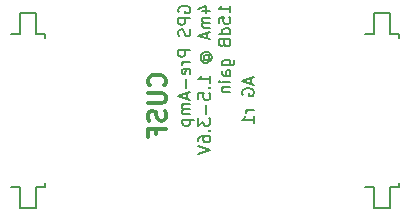
<source format=gbo>
G04 #@! TF.FileFunction,Legend,Bot*
%FSLAX46Y46*%
G04 Gerber Fmt 4.6, Leading zero omitted, Abs format (unit mm)*
G04 Created by KiCad (PCBNEW 4.1.0-alpha+201605071002+6776~44~ubuntu14.04.1-product) date Mon 30 May 2016 01:00:06 BST*
%MOMM*%
%LPD*%
G01*
G04 APERTURE LIST*
%ADD10C,0.100000*%
%ADD11C,0.300000*%
%ADD12C,0.200000*%
%ADD13C,0.150000*%
%ADD14R,2.220000X0.740000*%
%ADD15C,1.200000*%
%ADD16R,1.900000X1.900000*%
%ADD17C,1.900000*%
%ADD18C,2.500000*%
%ADD19C,2.800000*%
%ADD20R,2.400000X5.000000*%
G04 APERTURE END LIST*
D10*
D11*
X119535714Y-110871428D02*
X119607142Y-110800000D01*
X119678571Y-110585714D01*
X119678571Y-110442857D01*
X119607142Y-110228571D01*
X119464285Y-110085714D01*
X119321428Y-110014285D01*
X119035714Y-109942857D01*
X118821428Y-109942857D01*
X118535714Y-110014285D01*
X118392857Y-110085714D01*
X118250000Y-110228571D01*
X118178571Y-110442857D01*
X118178571Y-110585714D01*
X118250000Y-110800000D01*
X118321428Y-110871428D01*
X118178571Y-111514285D02*
X119392857Y-111514285D01*
X119535714Y-111585714D01*
X119607142Y-111657142D01*
X119678571Y-111800000D01*
X119678571Y-112085714D01*
X119607142Y-112228571D01*
X119535714Y-112300000D01*
X119392857Y-112371428D01*
X118178571Y-112371428D01*
X119607142Y-113014285D02*
X119678571Y-113228571D01*
X119678571Y-113585714D01*
X119607142Y-113728571D01*
X119535714Y-113800000D01*
X119392857Y-113871428D01*
X119250000Y-113871428D01*
X119107142Y-113800000D01*
X119035714Y-113728571D01*
X118964285Y-113585714D01*
X118892857Y-113300000D01*
X118821428Y-113157142D01*
X118750000Y-113085714D01*
X118607142Y-113014285D01*
X118464285Y-113014285D01*
X118321428Y-113085714D01*
X118250000Y-113157142D01*
X118178571Y-113300000D01*
X118178571Y-113657142D01*
X118250000Y-113871428D01*
X118892857Y-115014285D02*
X118892857Y-114514285D01*
X119678571Y-114514285D02*
X118178571Y-114514285D01*
X118178571Y-115228571D01*
D12*
X126866666Y-110245238D02*
X126866666Y-110721428D01*
X127152380Y-110150000D02*
X126152380Y-110483333D01*
X127152380Y-110816666D01*
X126200000Y-111673809D02*
X126152380Y-111578571D01*
X126152380Y-111435714D01*
X126200000Y-111292857D01*
X126295238Y-111197619D01*
X126390476Y-111150000D01*
X126580952Y-111102380D01*
X126723809Y-111102380D01*
X126914285Y-111150000D01*
X127009523Y-111197619D01*
X127104761Y-111292857D01*
X127152380Y-111435714D01*
X127152380Y-111530952D01*
X127104761Y-111673809D01*
X127057142Y-111721428D01*
X126723809Y-111721428D01*
X126723809Y-111530952D01*
X127152380Y-112911904D02*
X126485714Y-112911904D01*
X126676190Y-112911904D02*
X126580952Y-112959523D01*
X126533333Y-113007142D01*
X126485714Y-113102380D01*
X126485714Y-113197619D01*
X127152380Y-114054761D02*
X127152380Y-113483333D01*
X127152380Y-113769047D02*
X126152380Y-113769047D01*
X126295238Y-113673809D01*
X126390476Y-113578571D01*
X126438095Y-113483333D01*
X120800000Y-104691904D02*
X120752380Y-104596666D01*
X120752380Y-104453809D01*
X120800000Y-104310952D01*
X120895238Y-104215714D01*
X120990476Y-104168095D01*
X121180952Y-104120476D01*
X121323809Y-104120476D01*
X121514285Y-104168095D01*
X121609523Y-104215714D01*
X121704761Y-104310952D01*
X121752380Y-104453809D01*
X121752380Y-104549047D01*
X121704761Y-104691904D01*
X121657142Y-104739523D01*
X121323809Y-104739523D01*
X121323809Y-104549047D01*
X121752380Y-105168095D02*
X120752380Y-105168095D01*
X120752380Y-105549047D01*
X120800000Y-105644285D01*
X120847619Y-105691904D01*
X120942857Y-105739523D01*
X121085714Y-105739523D01*
X121180952Y-105691904D01*
X121228571Y-105644285D01*
X121276190Y-105549047D01*
X121276190Y-105168095D01*
X121704761Y-106120476D02*
X121752380Y-106263333D01*
X121752380Y-106501428D01*
X121704761Y-106596666D01*
X121657142Y-106644285D01*
X121561904Y-106691904D01*
X121466666Y-106691904D01*
X121371428Y-106644285D01*
X121323809Y-106596666D01*
X121276190Y-106501428D01*
X121228571Y-106310952D01*
X121180952Y-106215714D01*
X121133333Y-106168095D01*
X121038095Y-106120476D01*
X120942857Y-106120476D01*
X120847619Y-106168095D01*
X120800000Y-106215714D01*
X120752380Y-106310952D01*
X120752380Y-106549047D01*
X120800000Y-106691904D01*
X121752380Y-107882380D02*
X120752380Y-107882380D01*
X120752380Y-108263333D01*
X120800000Y-108358571D01*
X120847619Y-108406190D01*
X120942857Y-108453809D01*
X121085714Y-108453809D01*
X121180952Y-108406190D01*
X121228571Y-108358571D01*
X121276190Y-108263333D01*
X121276190Y-107882380D01*
X121752380Y-108882380D02*
X121085714Y-108882380D01*
X121276190Y-108882380D02*
X121180952Y-108930000D01*
X121133333Y-108977619D01*
X121085714Y-109072857D01*
X121085714Y-109168095D01*
X121704761Y-109882380D02*
X121752380Y-109787142D01*
X121752380Y-109596666D01*
X121704761Y-109501428D01*
X121609523Y-109453809D01*
X121228571Y-109453809D01*
X121133333Y-109501428D01*
X121085714Y-109596666D01*
X121085714Y-109787142D01*
X121133333Y-109882380D01*
X121228571Y-109930000D01*
X121323809Y-109930000D01*
X121419047Y-109453809D01*
X121371428Y-110358571D02*
X121371428Y-111120476D01*
X121466666Y-111549047D02*
X121466666Y-112025238D01*
X121752380Y-111453809D02*
X120752380Y-111787142D01*
X121752380Y-112120476D01*
X121752380Y-112453809D02*
X121085714Y-112453809D01*
X121180952Y-112453809D02*
X121133333Y-112501428D01*
X121085714Y-112596666D01*
X121085714Y-112739523D01*
X121133333Y-112834761D01*
X121228571Y-112882380D01*
X121752380Y-112882380D01*
X121228571Y-112882380D02*
X121133333Y-112930000D01*
X121085714Y-113025238D01*
X121085714Y-113168095D01*
X121133333Y-113263333D01*
X121228571Y-113310952D01*
X121752380Y-113310952D01*
X121085714Y-113787142D02*
X122085714Y-113787142D01*
X121133333Y-113787142D02*
X121085714Y-113882380D01*
X121085714Y-114072857D01*
X121133333Y-114168095D01*
X121180952Y-114215714D01*
X121276190Y-114263333D01*
X121561904Y-114263333D01*
X121657142Y-114215714D01*
X121704761Y-114168095D01*
X121752380Y-114072857D01*
X121752380Y-113882380D01*
X121704761Y-113787142D01*
X122785714Y-104596666D02*
X123452380Y-104596666D01*
X122404761Y-104358571D02*
X123119047Y-104120476D01*
X123119047Y-104739523D01*
X123452380Y-105120476D02*
X122785714Y-105120476D01*
X122880952Y-105120476D02*
X122833333Y-105168095D01*
X122785714Y-105263333D01*
X122785714Y-105406190D01*
X122833333Y-105501428D01*
X122928571Y-105549047D01*
X123452380Y-105549047D01*
X122928571Y-105549047D02*
X122833333Y-105596666D01*
X122785714Y-105691904D01*
X122785714Y-105834761D01*
X122833333Y-105930000D01*
X122928571Y-105977619D01*
X123452380Y-105977619D01*
X123166666Y-106406190D02*
X123166666Y-106882380D01*
X123452380Y-106310952D02*
X122452380Y-106644285D01*
X123452380Y-106977619D01*
X122976190Y-108691904D02*
X122928571Y-108644285D01*
X122880952Y-108549047D01*
X122880952Y-108453809D01*
X122928571Y-108358571D01*
X122976190Y-108310952D01*
X123071428Y-108263333D01*
X123166666Y-108263333D01*
X123261904Y-108310952D01*
X123309523Y-108358571D01*
X123357142Y-108453809D01*
X123357142Y-108549047D01*
X123309523Y-108644285D01*
X123261904Y-108691904D01*
X122880952Y-108691904D02*
X123261904Y-108691904D01*
X123309523Y-108739523D01*
X123309523Y-108787142D01*
X123261904Y-108882380D01*
X123166666Y-108930000D01*
X122928571Y-108930000D01*
X122785714Y-108834761D01*
X122690476Y-108691904D01*
X122642857Y-108501428D01*
X122690476Y-108310952D01*
X122785714Y-108168095D01*
X122928571Y-108072857D01*
X123119047Y-108025238D01*
X123309523Y-108072857D01*
X123452380Y-108168095D01*
X123547619Y-108310952D01*
X123595238Y-108501428D01*
X123547619Y-108691904D01*
X123452380Y-108834761D01*
X123452380Y-110644285D02*
X123452380Y-110072857D01*
X123452380Y-110358571D02*
X122452380Y-110358571D01*
X122595238Y-110263333D01*
X122690476Y-110168095D01*
X122738095Y-110072857D01*
X123357142Y-111072857D02*
X123404761Y-111120476D01*
X123452380Y-111072857D01*
X123404761Y-111025238D01*
X123357142Y-111072857D01*
X123452380Y-111072857D01*
X122452380Y-112025238D02*
X122452380Y-111549047D01*
X122928571Y-111501428D01*
X122880952Y-111549047D01*
X122833333Y-111644285D01*
X122833333Y-111882380D01*
X122880952Y-111977619D01*
X122928571Y-112025238D01*
X123023809Y-112072857D01*
X123261904Y-112072857D01*
X123357142Y-112025238D01*
X123404761Y-111977619D01*
X123452380Y-111882380D01*
X123452380Y-111644285D01*
X123404761Y-111549047D01*
X123357142Y-111501428D01*
X123071428Y-112501428D02*
X123071428Y-113263333D01*
X122452380Y-113644285D02*
X122452380Y-114263333D01*
X122833333Y-113930000D01*
X122833333Y-114072857D01*
X122880952Y-114168095D01*
X122928571Y-114215714D01*
X123023809Y-114263333D01*
X123261904Y-114263333D01*
X123357142Y-114215714D01*
X123404761Y-114168095D01*
X123452380Y-114072857D01*
X123452380Y-113787142D01*
X123404761Y-113691904D01*
X123357142Y-113644285D01*
X123357142Y-114691904D02*
X123404761Y-114739523D01*
X123452380Y-114691904D01*
X123404761Y-114644285D01*
X123357142Y-114691904D01*
X123452380Y-114691904D01*
X122452380Y-115596666D02*
X122452380Y-115406190D01*
X122500000Y-115310952D01*
X122547619Y-115263333D01*
X122690476Y-115168095D01*
X122880952Y-115120476D01*
X123261904Y-115120476D01*
X123357142Y-115168095D01*
X123404761Y-115215714D01*
X123452380Y-115310952D01*
X123452380Y-115501428D01*
X123404761Y-115596666D01*
X123357142Y-115644285D01*
X123261904Y-115691904D01*
X123023809Y-115691904D01*
X122928571Y-115644285D01*
X122880952Y-115596666D01*
X122833333Y-115501428D01*
X122833333Y-115310952D01*
X122880952Y-115215714D01*
X122928571Y-115168095D01*
X123023809Y-115120476D01*
X122452380Y-115977619D02*
X123452380Y-116310952D01*
X122452380Y-116644285D01*
X125152380Y-104691904D02*
X125152380Y-104120476D01*
X125152380Y-104406190D02*
X124152380Y-104406190D01*
X124295238Y-104310952D01*
X124390476Y-104215714D01*
X124438095Y-104120476D01*
X124152380Y-105596666D02*
X124152380Y-105120476D01*
X124628571Y-105072857D01*
X124580952Y-105120476D01*
X124533333Y-105215714D01*
X124533333Y-105453809D01*
X124580952Y-105549047D01*
X124628571Y-105596666D01*
X124723809Y-105644285D01*
X124961904Y-105644285D01*
X125057142Y-105596666D01*
X125104761Y-105549047D01*
X125152380Y-105453809D01*
X125152380Y-105215714D01*
X125104761Y-105120476D01*
X125057142Y-105072857D01*
X125152380Y-106501428D02*
X124152380Y-106501428D01*
X125104761Y-106501428D02*
X125152380Y-106406190D01*
X125152380Y-106215714D01*
X125104761Y-106120476D01*
X125057142Y-106072857D01*
X124961904Y-106025238D01*
X124676190Y-106025238D01*
X124580952Y-106072857D01*
X124533333Y-106120476D01*
X124485714Y-106215714D01*
X124485714Y-106406190D01*
X124533333Y-106501428D01*
X124628571Y-107310952D02*
X124676190Y-107453809D01*
X124723809Y-107501428D01*
X124819047Y-107549047D01*
X124961904Y-107549047D01*
X125057142Y-107501428D01*
X125104761Y-107453809D01*
X125152380Y-107358571D01*
X125152380Y-106977619D01*
X124152380Y-106977619D01*
X124152380Y-107310952D01*
X124200000Y-107406190D01*
X124247619Y-107453809D01*
X124342857Y-107501428D01*
X124438095Y-107501428D01*
X124533333Y-107453809D01*
X124580952Y-107406190D01*
X124628571Y-107310952D01*
X124628571Y-106977619D01*
X124485714Y-109168095D02*
X125295238Y-109168095D01*
X125390476Y-109120476D01*
X125438095Y-109072857D01*
X125485714Y-108977619D01*
X125485714Y-108834761D01*
X125438095Y-108739523D01*
X125104761Y-109168095D02*
X125152380Y-109072857D01*
X125152380Y-108882380D01*
X125104761Y-108787142D01*
X125057142Y-108739523D01*
X124961904Y-108691904D01*
X124676190Y-108691904D01*
X124580952Y-108739523D01*
X124533333Y-108787142D01*
X124485714Y-108882380D01*
X124485714Y-109072857D01*
X124533333Y-109168095D01*
X125152380Y-110072857D02*
X124628571Y-110072857D01*
X124533333Y-110025238D01*
X124485714Y-109930000D01*
X124485714Y-109739523D01*
X124533333Y-109644285D01*
X125104761Y-110072857D02*
X125152380Y-109977619D01*
X125152380Y-109739523D01*
X125104761Y-109644285D01*
X125009523Y-109596666D01*
X124914285Y-109596666D01*
X124819047Y-109644285D01*
X124771428Y-109739523D01*
X124771428Y-109977619D01*
X124723809Y-110072857D01*
X125152380Y-110549047D02*
X124485714Y-110549047D01*
X124152380Y-110549047D02*
X124200000Y-110501428D01*
X124247619Y-110549047D01*
X124200000Y-110596666D01*
X124152380Y-110549047D01*
X124247619Y-110549047D01*
X124485714Y-111025238D02*
X125152380Y-111025238D01*
X124580952Y-111025238D02*
X124533333Y-111072857D01*
X124485714Y-111168095D01*
X124485714Y-111310952D01*
X124533333Y-111406190D01*
X124628571Y-111453809D01*
X125152380Y-111453809D01*
D13*
X106550000Y-119465000D02*
X107315000Y-119465000D01*
X107315000Y-119465000D02*
X107315000Y-121245000D01*
X107315000Y-121245000D02*
X108685000Y-121245000D01*
X108685000Y-121245000D02*
X108685000Y-119465000D01*
X108685000Y-119465000D02*
X109450000Y-119465000D01*
X109450000Y-119465000D02*
X109450000Y-119165000D01*
X109450000Y-106835000D02*
X109450000Y-106535000D01*
X109450000Y-106535000D02*
X108685000Y-106535000D01*
X108685000Y-106535000D02*
X108685000Y-104755000D01*
X108685000Y-104755000D02*
X107315000Y-104755000D01*
X107315000Y-104755000D02*
X107315000Y-106535000D01*
X107315000Y-106535000D02*
X106550000Y-106535000D01*
X136550000Y-119465000D02*
X137315000Y-119465000D01*
X137315000Y-119465000D02*
X137315000Y-121245000D01*
X137315000Y-121245000D02*
X138685000Y-121245000D01*
X138685000Y-121245000D02*
X138685000Y-119465000D01*
X138685000Y-119465000D02*
X139450000Y-119465000D01*
X139450000Y-119465000D02*
X139450000Y-119165000D01*
X139450000Y-106835000D02*
X139450000Y-106535000D01*
X139450000Y-106535000D02*
X138685000Y-106535000D01*
X138685000Y-106535000D02*
X138685000Y-104755000D01*
X138685000Y-104755000D02*
X137315000Y-104755000D01*
X137315000Y-104755000D02*
X137315000Y-106535000D01*
X137315000Y-106535000D02*
X136550000Y-106535000D01*
%LPC*%
D14*
X106635000Y-107285000D03*
X109365000Y-107285000D03*
X106635000Y-108555000D03*
X109365000Y-108555000D03*
X106635000Y-109825000D03*
X109365000Y-109825000D03*
X106635000Y-111095000D03*
X109365000Y-111095000D03*
X106635000Y-112365000D03*
X109365000Y-112365000D03*
X106635000Y-113635000D03*
X109365000Y-113635000D03*
X106635000Y-114905000D03*
X109365000Y-114905000D03*
X106635000Y-116175000D03*
X109365000Y-116175000D03*
X106635000Y-117445000D03*
X109365000Y-117445000D03*
X106635000Y-118715000D03*
X109365000Y-118715000D03*
D15*
X108000000Y-120305000D03*
X108000000Y-105695000D03*
D14*
X136635000Y-107285000D03*
X139365000Y-107285000D03*
X136635000Y-108555000D03*
X139365000Y-108555000D03*
X136635000Y-109825000D03*
X139365000Y-109825000D03*
X136635000Y-111095000D03*
X139365000Y-111095000D03*
X136635000Y-112365000D03*
X139365000Y-112365000D03*
X136635000Y-113635000D03*
X139365000Y-113635000D03*
X136635000Y-114905000D03*
X139365000Y-114905000D03*
X136635000Y-116175000D03*
X139365000Y-116175000D03*
X136635000Y-117445000D03*
X139365000Y-117445000D03*
X136635000Y-118715000D03*
X139365000Y-118715000D03*
D15*
X138000000Y-120305000D03*
X138000000Y-105695000D03*
D16*
X102000000Y-101570000D03*
D17*
X102000000Y-104110000D03*
X102000000Y-106650000D03*
X102000000Y-109190000D03*
X102000000Y-111730000D03*
X102000000Y-114270000D03*
X102000000Y-116810000D03*
X102000000Y-119350000D03*
X102000000Y-121890000D03*
X102000000Y-124430000D03*
D16*
X114000000Y-101570000D03*
D17*
X114000000Y-104110000D03*
X114000000Y-106650000D03*
X114000000Y-109190000D03*
X114000000Y-111730000D03*
X114000000Y-114270000D03*
X114000000Y-116810000D03*
X114000000Y-119350000D03*
X114000000Y-121890000D03*
X114000000Y-124430000D03*
D16*
X132000000Y-101570000D03*
D17*
X132000000Y-104110000D03*
X132000000Y-106650000D03*
X132000000Y-109190000D03*
X132000000Y-111730000D03*
X132000000Y-114270000D03*
X132000000Y-116810000D03*
X132000000Y-119350000D03*
X132000000Y-121890000D03*
X132000000Y-124430000D03*
D16*
X144000000Y-101570000D03*
D17*
X144000000Y-104110000D03*
X144000000Y-106650000D03*
X144000000Y-109190000D03*
X144000000Y-111730000D03*
X144000000Y-114270000D03*
X144000000Y-116810000D03*
X144000000Y-119350000D03*
X144000000Y-121890000D03*
X144000000Y-124430000D03*
D18*
X123000000Y-118450000D03*
D19*
X125540000Y-115910000D03*
X120460000Y-115910000D03*
X125540000Y-120990000D03*
X120460000Y-120990000D03*
D20*
X127375000Y-106000000D03*
X118625000Y-106000000D03*
M02*

</source>
